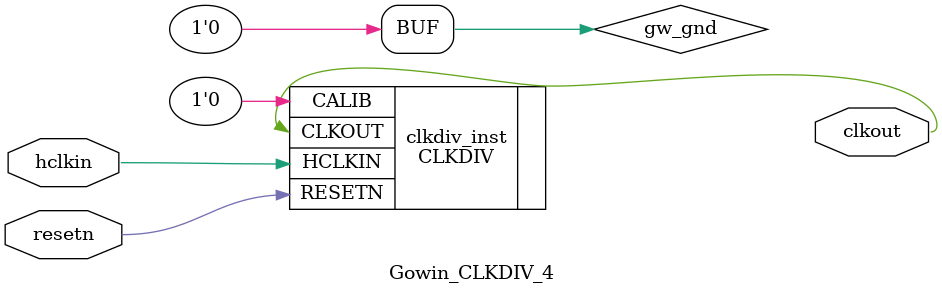
<source format=v>

module Gowin_CLKDIV_4 (clkout, hclkin, resetn);

output clkout;
input hclkin;
input resetn;

wire gw_gnd;

assign gw_gnd = 1'b0;

CLKDIV clkdiv_inst (
    .CLKOUT(clkout),
    .HCLKIN(hclkin),
    .RESETN(resetn),
    .CALIB(gw_gnd)
);

defparam clkdiv_inst.DIV_MODE = "4";
defparam clkdiv_inst.GSREN = "false";

endmodule //Gowin_CLKDIV_4

</source>
